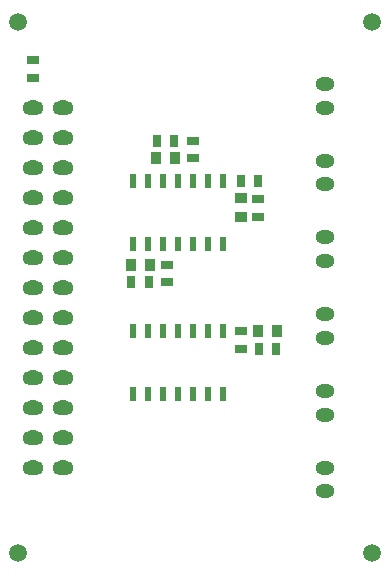
<source format=gbr>
G04*
G04 #@! TF.GenerationSoftware,Altium Limited,Altium Designer,22.4.2 (48)*
G04*
G04 Layer_Color=255*
%FSLAX44Y44*%
%MOMM*%
G71*
G04*
G04 #@! TF.SameCoordinates,3F8D2DE9-6248-4815-85C5-7CB1FE07798D*
G04*
G04*
G04 #@! TF.FilePolarity,Positive*
G04*
G01*
G75*
%ADD16R,0.7500X1.0000*%
%ADD17R,1.0000X0.7500*%
%ADD18R,1.0000X0.9500*%
%ADD19R,0.9500X1.0000*%
%ADD34O,1.6000X1.2000*%
%ADD35O,1.7780X1.2700*%
%ADD36C,1.5000*%
%ADD48R,0.5800X1.1800*%
D16*
X120770Y254500D02*
D03*
X135770D02*
D03*
X243720Y198100D02*
D03*
X228720Y198100D02*
D03*
X228480Y340100D02*
D03*
X213480D02*
D03*
X142360Y374500D02*
D03*
X157360D02*
D03*
D17*
X151130Y254500D02*
D03*
X151130Y269500D02*
D03*
X37300Y442500D02*
D03*
Y427500D02*
D03*
X213360Y213100D02*
D03*
Y198100D02*
D03*
X172700Y374500D02*
D03*
X172700Y359500D02*
D03*
X228480Y325000D02*
D03*
Y310000D02*
D03*
D18*
X213480Y325500D02*
D03*
Y309500D02*
D03*
D19*
X244220Y213100D02*
D03*
X228220Y213100D02*
D03*
X136270Y269500D02*
D03*
X120270D02*
D03*
X141860Y359500D02*
D03*
X157860D02*
D03*
D34*
X285000Y422500D02*
D03*
Y402500D02*
D03*
Y227500D02*
D03*
Y207500D02*
D03*
Y357500D02*
D03*
Y337500D02*
D03*
Y272500D02*
D03*
Y292500D02*
D03*
Y97500D02*
D03*
Y77500D02*
D03*
Y142500D02*
D03*
Y162500D02*
D03*
D35*
X62700Y123000D02*
D03*
X37300Y123000D02*
D03*
Y97600D02*
D03*
X62700D02*
D03*
Y148400D02*
D03*
X37300Y148400D02*
D03*
X62700Y326200D02*
D03*
X62700Y275400D02*
D03*
Y250000D02*
D03*
Y300800D02*
D03*
X37300Y300800D02*
D03*
Y351600D02*
D03*
X37300Y250000D02*
D03*
X37300Y275400D02*
D03*
Y402400D02*
D03*
Y377000D02*
D03*
Y326200D02*
D03*
X62700Y351600D02*
D03*
X37300Y224600D02*
D03*
X62700D02*
D03*
Y173800D02*
D03*
X37300D02*
D03*
Y199200D02*
D03*
X62700Y199200D02*
D03*
X62700Y402400D02*
D03*
X62700Y377000D02*
D03*
D36*
X25000Y475000D02*
D03*
X325000D02*
D03*
Y25000D02*
D03*
X25000D02*
D03*
D48*
X198100Y159900D02*
D03*
X160000D02*
D03*
X172700D02*
D03*
X185400D02*
D03*
X134600D02*
D03*
X121900D02*
D03*
X147300D02*
D03*
X198100Y213100D02*
D03*
X185400D02*
D03*
X172700D02*
D03*
X160000D02*
D03*
X147300D02*
D03*
X134600D02*
D03*
X121900D02*
D03*
X121900Y340100D02*
D03*
X134600D02*
D03*
X147300D02*
D03*
X160000D02*
D03*
X172700D02*
D03*
X185400D02*
D03*
X198100D02*
D03*
X147300Y286900D02*
D03*
X121900D02*
D03*
X134600D02*
D03*
X185400D02*
D03*
X172700D02*
D03*
X160000Y286900D02*
D03*
X198100Y286900D02*
D03*
M02*

</source>
